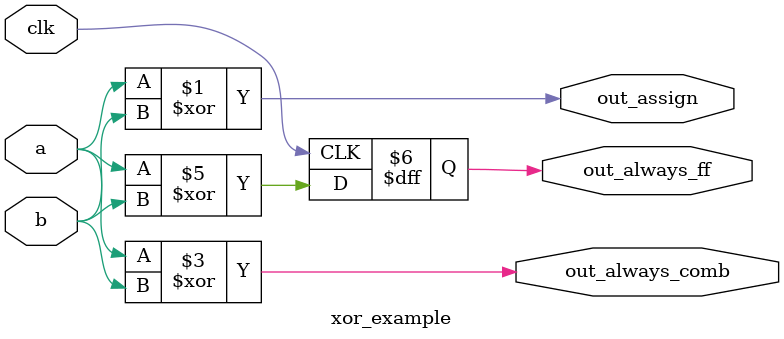
<source format=sv>
module xor_example (
    input logic a,
    input logic b,
    output logic out_assign,
    output logic out_always_comb,
    output logic out_always_ff,
    input logic clk
);

    // Combinational logic for out_assign
    assign out_assign = a ^ b;

    // Combinational logic for out_always_comb
    always @(*) begin
        out_always_comb = a ^ b;
    end

    // Sequential logic for out_always_ff
    always @(posedge clk) begin
        out_always_ff <= a ^ b;
    end

endmodule
</source>
